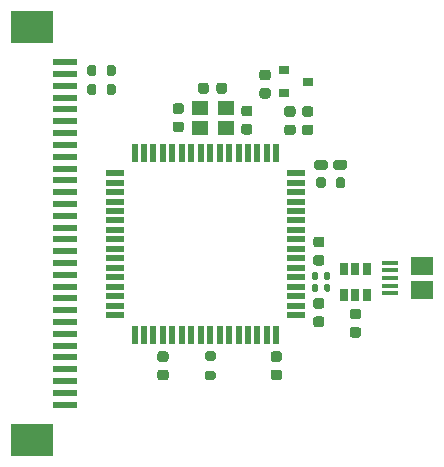
<source format=gtp>
G04 #@! TF.GenerationSoftware,KiCad,Pcbnew,(5.1.9)-1*
G04 #@! TF.CreationDate,2021-05-17T03:23:03-07:00*
G04 #@! TF.ProjectId,wired-sculpt,77697265-642d-4736-9375-6c70742e6b69,rev?*
G04 #@! TF.SameCoordinates,Original*
G04 #@! TF.FileFunction,Paste,Top*
G04 #@! TF.FilePolarity,Positive*
%FSLAX46Y46*%
G04 Gerber Fmt 4.6, Leading zero omitted, Abs format (unit mm)*
G04 Created by KiCad (PCBNEW (5.1.9)-1) date 2021-05-17 03:23:03*
%MOMM*%
%LPD*%
G01*
G04 APERTURE LIST*
%ADD10R,0.900000X0.800000*%
%ADD11R,1.400000X1.200000*%
%ADD12R,1.500000X0.550000*%
%ADD13R,0.550000X1.500000*%
%ADD14R,0.650000X1.060000*%
%ADD15R,1.900000X1.500000*%
%ADD16R,1.350000X0.400000*%
%ADD17R,2.000000X0.610000*%
%ADD18R,3.600000X2.680000*%
G04 APERTURE END LIST*
D10*
G04 #@! TO.C,D1*
X148850000Y-40650000D03*
X146850000Y-41600000D03*
X146850000Y-39700000D03*
G04 #@! TD*
D11*
G04 #@! TO.C,Y1*
X139700000Y-42850000D03*
X141900000Y-42850000D03*
X141900000Y-44550000D03*
X139700000Y-44550000D03*
G04 #@! TD*
G04 #@! TO.C,R6*
G36*
G01*
X131825000Y-41575000D02*
X131825000Y-41025000D01*
G75*
G02*
X132025000Y-40825000I200000J0D01*
G01*
X132425000Y-40825000D01*
G75*
G02*
X132625000Y-41025000I0J-200000D01*
G01*
X132625000Y-41575000D01*
G75*
G02*
X132425000Y-41775000I-200000J0D01*
G01*
X132025000Y-41775000D01*
G75*
G02*
X131825000Y-41575000I0J200000D01*
G01*
G37*
G36*
G01*
X130175000Y-41575000D02*
X130175000Y-41025000D01*
G75*
G02*
X130375000Y-40825000I200000J0D01*
G01*
X130775000Y-40825000D01*
G75*
G02*
X130975000Y-41025000I0J-200000D01*
G01*
X130975000Y-41575000D01*
G75*
G02*
X130775000Y-41775000I-200000J0D01*
G01*
X130375000Y-41775000D01*
G75*
G02*
X130175000Y-41575000I0J200000D01*
G01*
G37*
G04 #@! TD*
G04 #@! TO.C,R5*
G36*
G01*
X150375000Y-48925000D02*
X150375000Y-49475000D01*
G75*
G02*
X150175000Y-49675000I-200000J0D01*
G01*
X149775000Y-49675000D01*
G75*
G02*
X149575000Y-49475000I0J200000D01*
G01*
X149575000Y-48925000D01*
G75*
G02*
X149775000Y-48725000I200000J0D01*
G01*
X150175000Y-48725000D01*
G75*
G02*
X150375000Y-48925000I0J-200000D01*
G01*
G37*
G36*
G01*
X152025000Y-48925000D02*
X152025000Y-49475000D01*
G75*
G02*
X151825000Y-49675000I-200000J0D01*
G01*
X151425000Y-49675000D01*
G75*
G02*
X151225000Y-49475000I0J200000D01*
G01*
X151225000Y-48925000D01*
G75*
G02*
X151425000Y-48725000I200000J0D01*
G01*
X151825000Y-48725000D01*
G75*
G02*
X152025000Y-48925000I0J-200000D01*
G01*
G37*
G04 #@! TD*
G04 #@! TO.C,R3*
G36*
G01*
X150240000Y-58285000D02*
X150240000Y-57915000D01*
G75*
G02*
X150375000Y-57780000I135000J0D01*
G01*
X150645000Y-57780000D01*
G75*
G02*
X150780000Y-57915000I0J-135000D01*
G01*
X150780000Y-58285000D01*
G75*
G02*
X150645000Y-58420000I-135000J0D01*
G01*
X150375000Y-58420000D01*
G75*
G02*
X150240000Y-58285000I0J135000D01*
G01*
G37*
G36*
G01*
X149220000Y-58285000D02*
X149220000Y-57915000D01*
G75*
G02*
X149355000Y-57780000I135000J0D01*
G01*
X149625000Y-57780000D01*
G75*
G02*
X149760000Y-57915000I0J-135000D01*
G01*
X149760000Y-58285000D01*
G75*
G02*
X149625000Y-58420000I-135000J0D01*
G01*
X149355000Y-58420000D01*
G75*
G02*
X149220000Y-58285000I0J135000D01*
G01*
G37*
G04 #@! TD*
G04 #@! TO.C,R2*
G36*
G01*
X150240000Y-57285000D02*
X150240000Y-56915000D01*
G75*
G02*
X150375000Y-56780000I135000J0D01*
G01*
X150645000Y-56780000D01*
G75*
G02*
X150780000Y-56915000I0J-135000D01*
G01*
X150780000Y-57285000D01*
G75*
G02*
X150645000Y-57420000I-135000J0D01*
G01*
X150375000Y-57420000D01*
G75*
G02*
X150240000Y-57285000I0J135000D01*
G01*
G37*
G36*
G01*
X149220000Y-57285000D02*
X149220000Y-56915000D01*
G75*
G02*
X149355000Y-56780000I135000J0D01*
G01*
X149625000Y-56780000D01*
G75*
G02*
X149760000Y-56915000I0J-135000D01*
G01*
X149760000Y-57285000D01*
G75*
G02*
X149625000Y-57420000I-135000J0D01*
G01*
X149355000Y-57420000D01*
G75*
G02*
X149220000Y-57285000I0J135000D01*
G01*
G37*
G04 #@! TD*
G04 #@! TO.C,R1*
G36*
G01*
X131825000Y-39975000D02*
X131825000Y-39425000D01*
G75*
G02*
X132025000Y-39225000I200000J0D01*
G01*
X132425000Y-39225000D01*
G75*
G02*
X132625000Y-39425000I0J-200000D01*
G01*
X132625000Y-39975000D01*
G75*
G02*
X132425000Y-40175000I-200000J0D01*
G01*
X132025000Y-40175000D01*
G75*
G02*
X131825000Y-39975000I0J200000D01*
G01*
G37*
G36*
G01*
X130175000Y-39975000D02*
X130175000Y-39425000D01*
G75*
G02*
X130375000Y-39225000I200000J0D01*
G01*
X130775000Y-39225000D01*
G75*
G02*
X130975000Y-39425000I0J-200000D01*
G01*
X130975000Y-39975000D01*
G75*
G02*
X130775000Y-40175000I-200000J0D01*
G01*
X130375000Y-40175000D01*
G75*
G02*
X130175000Y-39975000I0J200000D01*
G01*
G37*
G04 #@! TD*
G04 #@! TO.C,C11*
G36*
G01*
X148600000Y-44275000D02*
X149100000Y-44275000D01*
G75*
G02*
X149325000Y-44500000I0J-225000D01*
G01*
X149325000Y-44950000D01*
G75*
G02*
X149100000Y-45175000I-225000J0D01*
G01*
X148600000Y-45175000D01*
G75*
G02*
X148375000Y-44950000I0J225000D01*
G01*
X148375000Y-44500000D01*
G75*
G02*
X148600000Y-44275000I225000J0D01*
G01*
G37*
G36*
G01*
X148600000Y-42725000D02*
X149100000Y-42725000D01*
G75*
G02*
X149325000Y-42950000I0J-225000D01*
G01*
X149325000Y-43400000D01*
G75*
G02*
X149100000Y-43625000I-225000J0D01*
G01*
X148600000Y-43625000D01*
G75*
G02*
X148375000Y-43400000I0J225000D01*
G01*
X148375000Y-42950000D01*
G75*
G02*
X148600000Y-42725000I225000J0D01*
G01*
G37*
G04 #@! TD*
G04 #@! TO.C,C1*
G36*
G01*
X136850000Y-64375000D02*
X136350000Y-64375000D01*
G75*
G02*
X136125000Y-64150000I0J225000D01*
G01*
X136125000Y-63700000D01*
G75*
G02*
X136350000Y-63475000I225000J0D01*
G01*
X136850000Y-63475000D01*
G75*
G02*
X137075000Y-63700000I0J-225000D01*
G01*
X137075000Y-64150000D01*
G75*
G02*
X136850000Y-64375000I-225000J0D01*
G01*
G37*
G36*
G01*
X136850000Y-65925000D02*
X136350000Y-65925000D01*
G75*
G02*
X136125000Y-65700000I0J225000D01*
G01*
X136125000Y-65250000D01*
G75*
G02*
X136350000Y-65025000I225000J0D01*
G01*
X136850000Y-65025000D01*
G75*
G02*
X137075000Y-65250000I0J-225000D01*
G01*
X137075000Y-65700000D01*
G75*
G02*
X136850000Y-65925000I-225000J0D01*
G01*
G37*
G04 #@! TD*
D12*
G04 #@! TO.C,U2*
X147900000Y-60400000D03*
X147900000Y-59600000D03*
X147900000Y-58800000D03*
X147900000Y-58000000D03*
X147900000Y-57200000D03*
X147900000Y-56400000D03*
X147900000Y-55600000D03*
X147900000Y-54800000D03*
X147900000Y-54000000D03*
X147900000Y-53200000D03*
X147900000Y-52400000D03*
X147900000Y-51600000D03*
X147900000Y-50800000D03*
X147900000Y-50000000D03*
X147900000Y-49200000D03*
X147900000Y-48400000D03*
D13*
X146200000Y-46700000D03*
X145400000Y-46700000D03*
X144600000Y-46700000D03*
X143800000Y-46700000D03*
X143000000Y-46700000D03*
X142200000Y-46700000D03*
X141400000Y-46700000D03*
X140600000Y-46700000D03*
X139800000Y-46700000D03*
X139000000Y-46700000D03*
X138200000Y-46700000D03*
X137400000Y-46700000D03*
X136600000Y-46700000D03*
X135800000Y-46700000D03*
X135000000Y-46700000D03*
X134200000Y-46700000D03*
D12*
X132500000Y-48400000D03*
X132500000Y-49200000D03*
X132500000Y-50000000D03*
X132500000Y-50800000D03*
X132500000Y-51600000D03*
X132500000Y-52400000D03*
X132500000Y-53200000D03*
X132500000Y-54000000D03*
X132500000Y-54800000D03*
X132500000Y-55600000D03*
X132500000Y-56400000D03*
X132500000Y-57200000D03*
X132500000Y-58000000D03*
X132500000Y-58800000D03*
X132500000Y-59600000D03*
X132500000Y-60400000D03*
D13*
X134200000Y-62100000D03*
X135000000Y-62100000D03*
X135800000Y-62100000D03*
X136600000Y-62100000D03*
X137400000Y-62100000D03*
X138200000Y-62100000D03*
X139000000Y-62100000D03*
X139800000Y-62100000D03*
X140600000Y-62100000D03*
X141400000Y-62100000D03*
X142200000Y-62100000D03*
X143000000Y-62100000D03*
X143800000Y-62100000D03*
X144600000Y-62100000D03*
X145400000Y-62100000D03*
X146200000Y-62100000D03*
G04 #@! TD*
D14*
G04 #@! TO.C,U1*
X153850000Y-56500000D03*
X152900000Y-56500000D03*
X151950000Y-56500000D03*
X151950000Y-58700000D03*
X153850000Y-58700000D03*
X152900000Y-58700000D03*
G04 #@! TD*
G04 #@! TO.C,R4*
G36*
G01*
X140875000Y-64275000D02*
X140325000Y-64275000D01*
G75*
G02*
X140125000Y-64075000I0J200000D01*
G01*
X140125000Y-63675000D01*
G75*
G02*
X140325000Y-63475000I200000J0D01*
G01*
X140875000Y-63475000D01*
G75*
G02*
X141075000Y-63675000I0J-200000D01*
G01*
X141075000Y-64075000D01*
G75*
G02*
X140875000Y-64275000I-200000J0D01*
G01*
G37*
G36*
G01*
X140875000Y-65925000D02*
X140325000Y-65925000D01*
G75*
G02*
X140125000Y-65725000I0J200000D01*
G01*
X140125000Y-65325000D01*
G75*
G02*
X140325000Y-65125000I200000J0D01*
G01*
X140875000Y-65125000D01*
G75*
G02*
X141075000Y-65325000I0J-200000D01*
G01*
X141075000Y-65725000D01*
G75*
G02*
X140875000Y-65925000I-200000J0D01*
G01*
G37*
G04 #@! TD*
D15*
G04 #@! TO.C,J1*
X158537500Y-56275000D03*
D16*
X155837500Y-57925000D03*
X155837500Y-58575000D03*
X155837500Y-55975000D03*
X155837500Y-56625000D03*
X155837500Y-57275000D03*
D15*
X158537500Y-58275000D03*
G04 #@! TD*
G04 #@! TO.C,D2*
G36*
G01*
X151000000Y-47912500D02*
X151000000Y-47487500D01*
G75*
G02*
X151212500Y-47275000I212500J0D01*
G01*
X152012500Y-47275000D01*
G75*
G02*
X152225000Y-47487500I0J-212500D01*
G01*
X152225000Y-47912500D01*
G75*
G02*
X152012500Y-48125000I-212500J0D01*
G01*
X151212500Y-48125000D01*
G75*
G02*
X151000000Y-47912500I0J212500D01*
G01*
G37*
G36*
G01*
X149375000Y-47912500D02*
X149375000Y-47487500D01*
G75*
G02*
X149587500Y-47275000I212500J0D01*
G01*
X150387500Y-47275000D01*
G75*
G02*
X150600000Y-47487500I0J-212500D01*
G01*
X150600000Y-47912500D01*
G75*
G02*
X150387500Y-48125000I-212500J0D01*
G01*
X149587500Y-48125000D01*
G75*
G02*
X149375000Y-47912500I0J212500D01*
G01*
G37*
G04 #@! TD*
G04 #@! TO.C,C3*
G36*
G01*
X138150000Y-43375000D02*
X137650000Y-43375000D01*
G75*
G02*
X137425000Y-43150000I0J225000D01*
G01*
X137425000Y-42700000D01*
G75*
G02*
X137650000Y-42475000I225000J0D01*
G01*
X138150000Y-42475000D01*
G75*
G02*
X138375000Y-42700000I0J-225000D01*
G01*
X138375000Y-43150000D01*
G75*
G02*
X138150000Y-43375000I-225000J0D01*
G01*
G37*
G36*
G01*
X138150000Y-44925000D02*
X137650000Y-44925000D01*
G75*
G02*
X137425000Y-44700000I0J225000D01*
G01*
X137425000Y-44250000D01*
G75*
G02*
X137650000Y-44025000I225000J0D01*
G01*
X138150000Y-44025000D01*
G75*
G02*
X138375000Y-44250000I0J-225000D01*
G01*
X138375000Y-44700000D01*
G75*
G02*
X138150000Y-44925000I-225000J0D01*
G01*
G37*
G04 #@! TD*
G04 #@! TO.C,C10*
G36*
G01*
X145500000Y-40525000D02*
X145000000Y-40525000D01*
G75*
G02*
X144775000Y-40300000I0J225000D01*
G01*
X144775000Y-39850000D01*
G75*
G02*
X145000000Y-39625000I225000J0D01*
G01*
X145500000Y-39625000D01*
G75*
G02*
X145725000Y-39850000I0J-225000D01*
G01*
X145725000Y-40300000D01*
G75*
G02*
X145500000Y-40525000I-225000J0D01*
G01*
G37*
G36*
G01*
X145500000Y-42075000D02*
X145000000Y-42075000D01*
G75*
G02*
X144775000Y-41850000I0J225000D01*
G01*
X144775000Y-41400000D01*
G75*
G02*
X145000000Y-41175000I225000J0D01*
G01*
X145500000Y-41175000D01*
G75*
G02*
X145725000Y-41400000I0J-225000D01*
G01*
X145725000Y-41850000D01*
G75*
G02*
X145500000Y-42075000I-225000J0D01*
G01*
G37*
G04 #@! TD*
G04 #@! TO.C,C9*
G36*
G01*
X147100000Y-44275000D02*
X147600000Y-44275000D01*
G75*
G02*
X147825000Y-44500000I0J-225000D01*
G01*
X147825000Y-44950000D01*
G75*
G02*
X147600000Y-45175000I-225000J0D01*
G01*
X147100000Y-45175000D01*
G75*
G02*
X146875000Y-44950000I0J225000D01*
G01*
X146875000Y-44500000D01*
G75*
G02*
X147100000Y-44275000I225000J0D01*
G01*
G37*
G36*
G01*
X147100000Y-42725000D02*
X147600000Y-42725000D01*
G75*
G02*
X147825000Y-42950000I0J-225000D01*
G01*
X147825000Y-43400000D01*
G75*
G02*
X147600000Y-43625000I-225000J0D01*
G01*
X147100000Y-43625000D01*
G75*
G02*
X146875000Y-43400000I0J225000D01*
G01*
X146875000Y-42950000D01*
G75*
G02*
X147100000Y-42725000I225000J0D01*
G01*
G37*
G04 #@! TD*
G04 #@! TO.C,C8*
G36*
G01*
X143450000Y-44225000D02*
X143950000Y-44225000D01*
G75*
G02*
X144175000Y-44450000I0J-225000D01*
G01*
X144175000Y-44900000D01*
G75*
G02*
X143950000Y-45125000I-225000J0D01*
G01*
X143450000Y-45125000D01*
G75*
G02*
X143225000Y-44900000I0J225000D01*
G01*
X143225000Y-44450000D01*
G75*
G02*
X143450000Y-44225000I225000J0D01*
G01*
G37*
G36*
G01*
X143450000Y-42675000D02*
X143950000Y-42675000D01*
G75*
G02*
X144175000Y-42900000I0J-225000D01*
G01*
X144175000Y-43350000D01*
G75*
G02*
X143950000Y-43575000I-225000J0D01*
G01*
X143450000Y-43575000D01*
G75*
G02*
X143225000Y-43350000I0J225000D01*
G01*
X143225000Y-42900000D01*
G75*
G02*
X143450000Y-42675000I225000J0D01*
G01*
G37*
G04 #@! TD*
G04 #@! TO.C,C7*
G36*
G01*
X146450000Y-64375000D02*
X145950000Y-64375000D01*
G75*
G02*
X145725000Y-64150000I0J225000D01*
G01*
X145725000Y-63700000D01*
G75*
G02*
X145950000Y-63475000I225000J0D01*
G01*
X146450000Y-63475000D01*
G75*
G02*
X146675000Y-63700000I0J-225000D01*
G01*
X146675000Y-64150000D01*
G75*
G02*
X146450000Y-64375000I-225000J0D01*
G01*
G37*
G36*
G01*
X146450000Y-65925000D02*
X145950000Y-65925000D01*
G75*
G02*
X145725000Y-65700000I0J225000D01*
G01*
X145725000Y-65250000D01*
G75*
G02*
X145950000Y-65025000I225000J0D01*
G01*
X146450000Y-65025000D01*
G75*
G02*
X146675000Y-65250000I0J-225000D01*
G01*
X146675000Y-65700000D01*
G75*
G02*
X146450000Y-65925000I-225000J0D01*
G01*
G37*
G04 #@! TD*
G04 #@! TO.C,C6*
G36*
G01*
X150050000Y-59875000D02*
X149550000Y-59875000D01*
G75*
G02*
X149325000Y-59650000I0J225000D01*
G01*
X149325000Y-59200000D01*
G75*
G02*
X149550000Y-58975000I225000J0D01*
G01*
X150050000Y-58975000D01*
G75*
G02*
X150275000Y-59200000I0J-225000D01*
G01*
X150275000Y-59650000D01*
G75*
G02*
X150050000Y-59875000I-225000J0D01*
G01*
G37*
G36*
G01*
X150050000Y-61425000D02*
X149550000Y-61425000D01*
G75*
G02*
X149325000Y-61200000I0J225000D01*
G01*
X149325000Y-60750000D01*
G75*
G02*
X149550000Y-60525000I225000J0D01*
G01*
X150050000Y-60525000D01*
G75*
G02*
X150275000Y-60750000I0J-225000D01*
G01*
X150275000Y-61200000D01*
G75*
G02*
X150050000Y-61425000I-225000J0D01*
G01*
G37*
G04 #@! TD*
G04 #@! TO.C,C5*
G36*
G01*
X150050000Y-54675000D02*
X149550000Y-54675000D01*
G75*
G02*
X149325000Y-54450000I0J225000D01*
G01*
X149325000Y-54000000D01*
G75*
G02*
X149550000Y-53775000I225000J0D01*
G01*
X150050000Y-53775000D01*
G75*
G02*
X150275000Y-54000000I0J-225000D01*
G01*
X150275000Y-54450000D01*
G75*
G02*
X150050000Y-54675000I-225000J0D01*
G01*
G37*
G36*
G01*
X150050000Y-56225000D02*
X149550000Y-56225000D01*
G75*
G02*
X149325000Y-56000000I0J225000D01*
G01*
X149325000Y-55550000D01*
G75*
G02*
X149550000Y-55325000I225000J0D01*
G01*
X150050000Y-55325000D01*
G75*
G02*
X150275000Y-55550000I0J-225000D01*
G01*
X150275000Y-56000000D01*
G75*
G02*
X150050000Y-56225000I-225000J0D01*
G01*
G37*
G04 #@! TD*
G04 #@! TO.C,C4*
G36*
G01*
X140475000Y-40950000D02*
X140475000Y-41450000D01*
G75*
G02*
X140250000Y-41675000I-225000J0D01*
G01*
X139800000Y-41675000D01*
G75*
G02*
X139575000Y-41450000I0J225000D01*
G01*
X139575000Y-40950000D01*
G75*
G02*
X139800000Y-40725000I225000J0D01*
G01*
X140250000Y-40725000D01*
G75*
G02*
X140475000Y-40950000I0J-225000D01*
G01*
G37*
G36*
G01*
X142025000Y-40950000D02*
X142025000Y-41450000D01*
G75*
G02*
X141800000Y-41675000I-225000J0D01*
G01*
X141350000Y-41675000D01*
G75*
G02*
X141125000Y-41450000I0J225000D01*
G01*
X141125000Y-40950000D01*
G75*
G02*
X141350000Y-40725000I225000J0D01*
G01*
X141800000Y-40725000D01*
G75*
G02*
X142025000Y-40950000I0J-225000D01*
G01*
G37*
G04 #@! TD*
G04 #@! TO.C,C2*
G36*
G01*
X153150000Y-60775000D02*
X152650000Y-60775000D01*
G75*
G02*
X152425000Y-60550000I0J225000D01*
G01*
X152425000Y-60100000D01*
G75*
G02*
X152650000Y-59875000I225000J0D01*
G01*
X153150000Y-59875000D01*
G75*
G02*
X153375000Y-60100000I0J-225000D01*
G01*
X153375000Y-60550000D01*
G75*
G02*
X153150000Y-60775000I-225000J0D01*
G01*
G37*
G36*
G01*
X153150000Y-62325000D02*
X152650000Y-62325000D01*
G75*
G02*
X152425000Y-62100000I0J225000D01*
G01*
X152425000Y-61650000D01*
G75*
G02*
X152650000Y-61425000I225000J0D01*
G01*
X153150000Y-61425000D01*
G75*
G02*
X153375000Y-61650000I0J-225000D01*
G01*
X153375000Y-62100000D01*
G75*
G02*
X153150000Y-62325000I-225000J0D01*
G01*
G37*
G04 #@! TD*
D17*
G04 #@! TO.C,J3*
X128300000Y-39000000D03*
X128300000Y-40000000D03*
X128300000Y-41000000D03*
X128300000Y-42000000D03*
X128300000Y-43000000D03*
X128300000Y-44000000D03*
X128300000Y-45000000D03*
X128300000Y-46000000D03*
X128300000Y-47000000D03*
X128300000Y-48000000D03*
X128300000Y-49000000D03*
X128300000Y-50000000D03*
X128300000Y-51000000D03*
X128300000Y-52000000D03*
X128300000Y-53000000D03*
X128300000Y-54000000D03*
X128300000Y-55000000D03*
X128300000Y-56000000D03*
X128300000Y-57000000D03*
X128300000Y-58000000D03*
X128300000Y-59000000D03*
X128300000Y-60000000D03*
X128300000Y-61000000D03*
X128300000Y-62000000D03*
X128300000Y-63000000D03*
X128300000Y-64000000D03*
X128300000Y-65000000D03*
X128300000Y-66000000D03*
X128300000Y-67000000D03*
X128300000Y-68000000D03*
D18*
X125500000Y-36010000D03*
X125500000Y-70990000D03*
G04 #@! TD*
M02*

</source>
